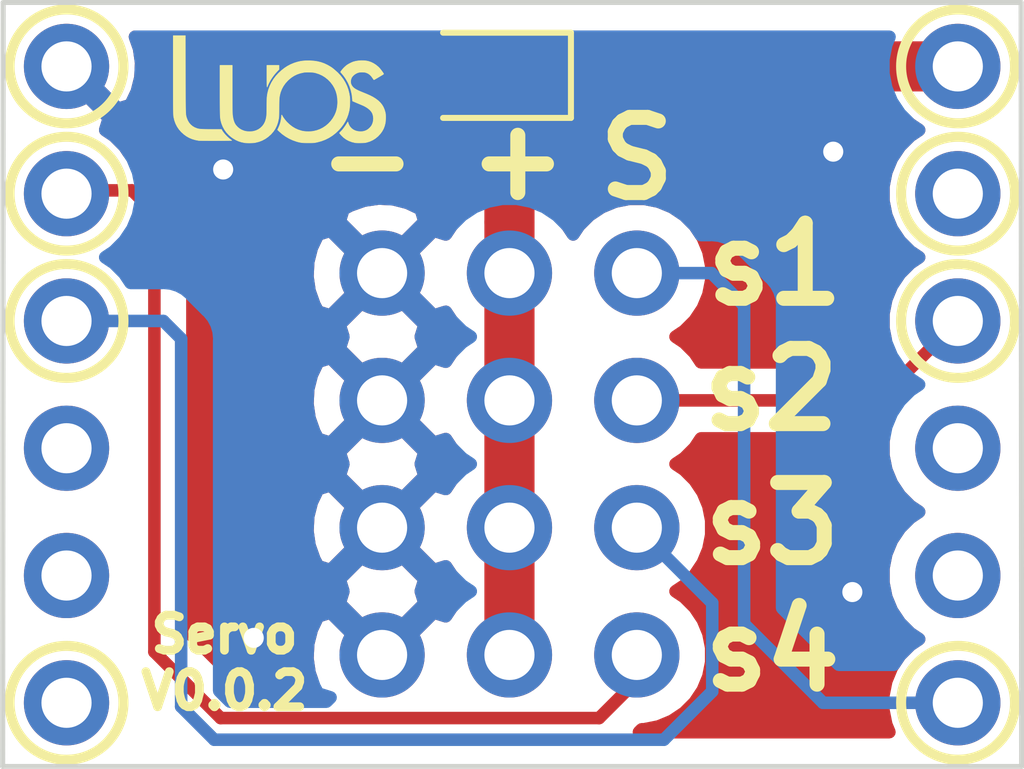
<source format=kicad_pcb>
(kicad_pcb (version 20171130) (host pcbnew "(5.1.6)-1")

  (general
    (thickness 1.6)
    (drawings 12)
    (tracks 34)
    (zones 0)
    (modules 7)
    (nets 13)
  )

  (page A4)
  (layers
    (0 F.Cu signal)
    (31 B.Cu signal)
    (32 B.Adhes user hide)
    (33 F.Adhes user hide)
    (34 B.Paste user hide)
    (35 F.Paste user hide)
    (36 B.SilkS user hide)
    (37 F.SilkS user)
    (38 B.Mask user hide)
    (39 F.Mask user hide)
    (40 Dwgs.User user hide)
    (41 Cmts.User user hide)
    (42 Eco1.User user hide)
    (43 Eco2.User user hide)
    (44 Edge.Cuts user)
    (45 Margin user hide)
    (46 B.CrtYd user)
    (47 F.CrtYd user hide)
    (48 B.Fab user)
    (49 F.Fab user hide)
  )

  (setup
    (last_trace_width 1)
    (user_trace_width 1)
    (trace_clearance 0.2)
    (zone_clearance 0.508)
    (zone_45_only no)
    (trace_min 0.2)
    (via_size 0.8)
    (via_drill 0.4)
    (via_min_size 0.4)
    (via_min_drill 0.3)
    (uvia_size 0.3)
    (uvia_drill 0.1)
    (uvias_allowed no)
    (uvia_min_size 0.2)
    (uvia_min_drill 0.1)
    (edge_width 0.15)
    (segment_width 0.2)
    (pcb_text_width 0.3)
    (pcb_text_size 1.5 1.5)
    (mod_edge_width 0.15)
    (mod_text_size 1 1)
    (mod_text_width 0.15)
    (pad_size 1.524 1.524)
    (pad_drill 0.762)
    (pad_to_mask_clearance 0.2)
    (solder_mask_min_width 0.25)
    (aux_axis_origin 0 0)
    (grid_origin 136.962501 65.725001)
    (visible_elements 7FFFFFFF)
    (pcbplotparams
      (layerselection 0x310ec_ffffffff)
      (usegerberextensions false)
      (usegerberattributes false)
      (usegerberadvancedattributes false)
      (creategerberjobfile false)
      (excludeedgelayer true)
      (linewidth 0.100000)
      (plotframeref false)
      (viasonmask false)
      (mode 1)
      (useauxorigin false)
      (hpglpennumber 1)
      (hpglpenspeed 20)
      (hpglpendiameter 15.000000)
      (psnegative false)
      (psa4output false)
      (plotreference true)
      (plotvalue true)
      (plotinvisibletext false)
      (padsonsilk false)
      (subtractmaskfromsilk false)
      (outputformat 1)
      (mirror false)
      (drillshape 0)
      (scaleselection 1)
      (outputdirectory "l0_servo_Fab"))
  )

  (net 0 "")
  (net 1 "Net-(J1-Pad8)")
  (net 2 "Net-(J1-Pad11)")
  (net 3 "Net-(J1-Pad9)")
  (net 4 GND)
  (net 5 "Net-(J1-Pad1)")
  (net 6 VCC)
  (net 7 +3V3)
  (net 8 "Net-(J1-Pad2)")
  (net 9 "Net-(J1-Pad3)")
  (net 10 "Net-(J1-Pad4)")
  (net 11 "Net-(J1-Pad10)")
  (net 12 "Net-(J1-Pad12)")

  (net_class Default "Ceci est la Netclass par défaut."
    (clearance 0.2)
    (trace_width 0.25)
    (via_dia 0.8)
    (via_drill 0.4)
    (uvia_dia 0.3)
    (uvia_drill 0.1)
    (add_net +3V3)
    (add_net GND)
    (add_net "Net-(J1-Pad1)")
    (add_net "Net-(J1-Pad10)")
    (add_net "Net-(J1-Pad11)")
    (add_net "Net-(J1-Pad12)")
    (add_net "Net-(J1-Pad2)")
    (add_net "Net-(J1-Pad3)")
    (add_net "Net-(J1-Pad4)")
    (add_net "Net-(J1-Pad8)")
    (add_net "Net-(J1-Pad9)")
    (add_net VCC)
  )

  (net_class power ""
    (clearance 0.8)
    (trace_width 1)
    (via_dia 2.4)
    (via_drill 1.6)
    (uvia_dia 1.2)
    (uvia_drill 0.4)
    (diff_pair_width 0.8)
    (diff_pair_gap 1)
  )

  (module Common_Footprint:Luos_logo_xxsmall (layer F.Cu) (tedit 0) (tstamp 5F9888B2)
    (at 141.331301 66.182201)
    (fp_text reference G*** (at 0 0) (layer F.SilkS) hide
      (effects (font (size 1.524 1.524) (thickness 0.3)))
    )
    (fp_text value LOGO (at 0.75 0) (layer F.SilkS) hide
      (effects (font (size 1.524 1.524) (thickness 0.3)))
    )
    (fp_poly (pts (xy 0.486452 -0.57032) (xy 0.564409 -0.565314) (xy 0.637197 -0.554414) (xy 0.706049 -0.537262)
      (xy 0.7722 -0.513503) (xy 0.836885 -0.482778) (xy 0.884808 -0.455178) (xy 0.902238 -0.444282)
      (xy 0.916338 -0.435034) (xy 0.929218 -0.425897) (xy 0.942988 -0.415333) (xy 0.959758 -0.401806)
      (xy 0.97297 -0.39094) (xy 1.038518 -0.332123) (xy 1.096165 -0.270346) (xy 1.146002 -0.205451)
      (xy 1.188115 -0.137281) (xy 1.222596 -0.06568) (xy 1.249532 0.009511) (xy 1.269012 0.088448)
      (xy 1.278721 0.149702) (xy 1.281427 0.181625) (xy 1.28264 0.219353) (xy 1.282449 0.260619)
      (xy 1.280943 0.303154) (xy 1.278212 0.344692) (xy 1.274346 0.382964) (xy 1.269433 0.415704)
      (xy 1.267932 0.423333) (xy 1.248379 0.499327) (xy 1.222339 0.570861) (xy 1.189404 0.638702)
      (xy 1.149164 0.703615) (xy 1.101211 0.766365) (xy 1.060343 0.812043) (xy 0.998959 0.870931)
      (xy 0.933914 0.922242) (xy 0.864964 0.966113) (xy 0.791862 1.002678) (xy 0.714364 1.032071)
      (xy 0.632222 1.054427) (xy 0.6096 1.059198) (xy 0.593253 1.062274) (xy 0.578112 1.064629)
      (xy 0.562663 1.066357) (xy 0.545393 1.067551) (xy 0.52479 1.068306) (xy 0.499341 1.068714)
      (xy 0.467534 1.068869) (xy 0.452967 1.068882) (xy 0.410792 1.068641) (xy 0.375366 1.067773)
      (xy 0.344979 1.066078) (xy 0.317925 1.063353) (xy 0.292495 1.059398) (xy 0.266981 1.054011)
      (xy 0.239676 1.046992) (xy 0.220133 1.041451) (xy 0.144332 1.015128) (xy 0.070467 0.981063)
      (xy -0.000266 0.939947) (xy -0.066674 0.892471) (xy -0.125573 0.841242) (xy -0.160128 0.808109)
      (xy -0.139603 0.764946) (xy -0.129263 0.741537) (xy -0.118782 0.715035) (xy -0.109804 0.689702)
      (xy -0.106487 0.679126) (xy -0.099908 0.654215) (xy -0.093671 0.625879) (xy -0.088193 0.596517)
      (xy -0.083889 0.568532) (xy -0.081177 0.544322) (xy -0.080433 0.529038) (xy -0.079488 0.516844)
      (xy -0.076747 0.512843) (xy -0.072357 0.517093) (xy -0.068688 0.524309) (xy -0.059368 0.541927)
      (xy -0.045476 0.563793) (xy -0.028342 0.588084) (xy -0.0093 0.612981) (xy 0.010318 0.636662)
      (xy 0.026729 0.654764) (xy 0.079477 0.705002) (xy 0.134177 0.747212) (xy 0.191393 0.781718)
      (xy 0.251689 0.808842) (xy 0.315628 0.828908) (xy 0.339794 0.834498) (xy 0.373142 0.839733)
      (xy 0.411991 0.842902) (xy 0.453624 0.843979) (xy 0.495326 0.842935) (xy 0.534379 0.839743)
      (xy 0.555908 0.836701) (xy 0.621964 0.821234) (xy 0.685381 0.798003) (xy 0.745562 0.767462)
      (xy 0.801912 0.730064) (xy 0.853833 0.686262) (xy 0.900728 0.636509) (xy 0.942001 0.581258)
      (xy 0.977055 0.520963) (xy 0.980354 0.51435) (xy 1.00392 0.459396) (xy 1.021043 0.40302)
      (xy 1.032047 0.343723) (xy 1.037259 0.280007) (xy 1.037801 0.249767) (xy 1.034109 0.176061)
      (xy 1.02296 0.10631) (xy 1.004295 0.040352) (xy 0.978055 -0.021972) (xy 0.944184 -0.080822)
      (xy 0.902622 -0.136359) (xy 0.894289 -0.14605) (xy 0.844349 -0.196888) (xy 0.790137 -0.240421)
      (xy 0.731588 -0.276686) (xy 0.668642 -0.305721) (xy 0.601233 -0.327562) (xy 0.579967 -0.332755)
      (xy 0.558669 -0.336308) (xy 0.53109 -0.339038) (xy 0.499378 -0.340901) (xy 0.465682 -0.341859)
      (xy 0.43215 -0.34187) (xy 0.400931 -0.340892) (xy 0.374174 -0.338885) (xy 0.359833 -0.336948)
      (xy 0.291616 -0.321686) (xy 0.228675 -0.300137) (xy 0.170169 -0.271865) (xy 0.115254 -0.236436)
      (xy 0.063089 -0.193413) (xy 0.04094 -0.172116) (xy -0.005959 -0.119691) (xy -0.045023 -0.064311)
      (xy -0.076505 -0.005531) (xy -0.100659 0.057097) (xy -0.112238 0.098776) (xy -0.116525 0.117673)
      (xy -0.120094 0.136052) (xy -0.123015 0.154922) (xy -0.125352 0.175292) (xy -0.127172 0.198174)
      (xy -0.128544 0.224576) (xy -0.129533 0.25551) (xy -0.130207 0.291984) (xy -0.130632 0.335008)
      (xy -0.130857 0.37996) (xy -0.131052 0.422973) (xy -0.131342 0.45861) (xy -0.131775 0.48796)
      (xy -0.132396 0.512113) (xy -0.133254 0.532158) (xy -0.134395 0.549186) (xy -0.135867 0.564287)
      (xy -0.137716 0.57855) (xy -0.13999 0.593065) (xy -0.140104 0.593743) (xy -0.155558 0.662815)
      (xy -0.178005 0.727139) (xy -0.207493 0.786809) (xy -0.244069 0.841917) (xy -0.287778 0.892555)
      (xy -0.294445 0.899269) (xy -0.348508 0.947247) (xy -0.405992 0.987482) (xy -0.466926 1.01999)
      (xy -0.531338 1.044785) (xy -0.599258 1.061882) (xy -0.615824 1.064799) (xy -0.636845 1.067255)
      (xy -0.663952 1.069031) (xy -0.69482 1.070106) (xy -0.727127 1.070462) (xy -0.758548 1.070079)
      (xy -0.78676 1.068939) (xy -0.80944 1.067023) (xy -0.813916 1.066429) (xy -0.87755 1.053832)
      (xy -0.936874 1.035035) (xy -0.993361 1.009414) (xy -1.048486 0.976349) (xy -1.079245 0.954396)
      (xy -1.131975 0.909528) (xy -1.178365 0.859326) (xy -1.218073 0.804324) (xy -1.250759 0.745059)
      (xy -1.27608 0.682064) (xy -1.292883 0.619824) (xy -1.295128 0.608485) (xy -1.297143 0.596728)
      (xy -1.29894 0.584061) (xy -1.300532 0.569991) (xy -1.30193 0.554025) (xy -1.303147 0.53567)
      (xy -1.304195 0.514434) (xy -1.305087 0.489824) (xy -1.305835 0.461348) (xy -1.30645 0.428512)
      (xy -1.306945 0.390824) (xy -1.307333 0.347792) (xy -1.307625 0.298922) (xy -1.307834 0.243723)
      (xy -1.307971 0.1817) (xy -1.308051 0.112362) (xy -1.308083 0.035216) (xy -1.308086 0.007408)
      (xy -1.3081 -0.478367) (xy -1.062567 -0.478367) (xy -1.062567 -0.000389) (xy -1.062554 0.075153)
      (xy -1.062513 0.142731) (xy -1.062436 0.202845) (xy -1.062317 0.255998) (xy -1.06215 0.302691)
      (xy -1.061928 0.343427) (xy -1.061645 0.378706) (xy -1.061295 0.409032) (xy -1.060871 0.434905)
      (xy -1.060366 0.456828) (xy -1.059775 0.475302) (xy -1.05909 0.490829) (xy -1.058306 0.50391)
      (xy -1.057417 0.515049) (xy -1.056414 0.524745) (xy -1.055801 0.52974) (xy -1.046647 0.584378)
      (xy -1.034261 0.631587) (xy -1.018488 0.671826) (xy -0.999173 0.705554) (xy -0.99355 0.713316)
      (xy -0.958113 0.753296) (xy -0.917988 0.786226) (xy -0.873226 0.812075) (xy -0.823878 0.830809)
      (xy -0.802217 0.836452) (xy -0.771491 0.841414) (xy -0.735881 0.843868) (xy -0.69859 0.843816)
      (xy -0.662819 0.841256) (xy -0.632883 0.83644) (xy -0.583731 0.82131) (xy -0.538477 0.798996)
      (xy -0.497768 0.770125) (xy -0.462245 0.735318) (xy -0.432551 0.695201) (xy -0.409332 0.650398)
      (xy -0.394031 0.604755) (xy -0.389367 0.585535) (xy -0.385527 0.567308) (xy -0.382425 0.548964)
      (xy -0.379975 0.529393) (xy -0.378091 0.507483) (xy -0.376688 0.482124) (xy -0.375679 0.452206)
      (xy -0.37498 0.416619) (xy -0.374505 0.374251) (xy -0.374318 0.34925) (xy -0.374001 0.312001)
      (xy -0.373562 0.276025) (xy -0.373024 0.242542) (xy -0.372412 0.212774) (xy -0.371752 0.187939)
      (xy -0.371068 0.169258) (xy -0.370456 0.15875) (xy -0.359951 0.083299) (xy -0.341306 0.008886)
      (xy -0.314842 -0.06382) (xy -0.280876 -0.134153) (xy -0.239729 -0.201443) (xy -0.191718 -0.265024)
      (xy -0.141946 -0.319483) (xy -0.083261 -0.374223) (xy -0.024189 -0.421193) (xy 0.036313 -0.461064)
      (xy 0.099293 -0.494505) (xy 0.165796 -0.522187) (xy 0.18415 -0.528646) (xy 0.236894 -0.544848)
      (xy 0.288152 -0.556881) (xy 0.34002 -0.565032) (xy 0.394598 -0.569591) (xy 0.453984 -0.570848)
      (xy 0.486452 -0.57032)) (layer F.SilkS) (width 0.01))
    (fp_poly (pts (xy 1.557082 -0.572095) (xy 1.607899 -0.567312) (xy 1.651682 -0.558626) (xy 1.704179 -0.540803)
      (xy 1.755623 -0.515532) (xy 1.804388 -0.483813) (xy 1.848849 -0.446644) (xy 1.871685 -0.423356)
      (xy 1.884348 -0.408701) (xy 1.898366 -0.391303) (xy 1.912746 -0.372537) (xy 1.9265 -0.353778)
      (xy 1.938635 -0.336401) (xy 1.948162 -0.321783) (xy 1.954088 -0.311297) (xy 1.955575 -0.306917)
      (xy 1.952196 -0.30268) (xy 1.943434 -0.29596) (xy 1.933455 -0.289593) (xy 1.922792 -0.283275)
      (xy 1.906431 -0.273578) (xy 1.885954 -0.261438) (xy 1.862946 -0.247797) (xy 1.83899 -0.233591)
      (xy 1.838838 -0.233501) (xy 1.816466 -0.220348) (xy 1.796489 -0.208821) (xy 1.780077 -0.199575)
      (xy 1.768397 -0.193268) (xy 1.762619 -0.190556) (xy 1.762319 -0.1905) (xy 1.758436 -0.193852)
      (xy 1.751382 -0.202834) (xy 1.742371 -0.215837) (xy 1.737534 -0.223308) (xy 1.709585 -0.261796)
      (xy 1.679277 -0.292438) (xy 1.646074 -0.315657) (xy 1.609438 -0.331875) (xy 1.594019 -0.336416)
      (xy 1.573581 -0.340006) (xy 1.547843 -0.342128) (xy 1.519848 -0.342737) (xy 1.492643 -0.341792)
      (xy 1.469271 -0.339249) (xy 1.463883 -0.338256) (xy 1.431462 -0.32832) (xy 1.399486 -0.31264)
      (xy 1.369686 -0.292499) (xy 1.343793 -0.269179) (xy 1.323538 -0.24396) (xy 1.31441 -0.227586)
      (xy 1.301599 -0.190794) (xy 1.297033 -0.154804) (xy 1.300647 -0.120099) (xy 1.312379 -0.08716)
      (xy 1.332164 -0.05647) (xy 1.337871 -0.049754) (xy 1.353733 -0.033752) (xy 1.372361 -0.018586)
      (xy 1.394704 -0.003709) (xy 1.421715 0.011427) (xy 1.454343 0.027369) (xy 1.493541 0.044662)
      (xy 1.524 0.057298) (xy 1.547314 0.066786) (xy 1.574466 0.077842) (xy 1.601451 0.088835)
      (xy 1.617133 0.095226) (xy 1.686214 0.12579) (xy 1.747498 0.158043) (xy 1.801543 0.192309)
      (xy 1.84891 0.22891) (xy 1.849966 0.229817) (xy 1.889936 0.268421) (xy 1.923101 0.309907)
      (xy 1.950081 0.355347) (xy 1.971495 0.40581) (xy 1.987963 0.462367) (xy 1.990173 0.472016)
      (xy 1.992984 0.490809) (xy 1.994824 0.51591) (xy 1.995711 0.545221) (xy 1.995666 0.576641)
      (xy 1.994711 0.608071) (xy 1.992864 0.637411) (xy 1.990147 0.662562) (xy 1.988208 0.674264)
      (xy 1.973191 0.733358) (xy 1.952129 0.787662) (xy 1.924447 0.838191) (xy 1.889572 0.88596)
      (xy 1.846932 0.931985) (xy 1.837769 0.940744) (xy 1.788892 0.980888) (xy 1.735276 1.014027)
      (xy 1.676998 1.040118) (xy 1.623483 1.056819) (xy 1.607053 1.060765) (xy 1.591844 1.063701)
      (xy 1.576005 1.065811) (xy 1.557679 1.067278) (xy 1.535014 1.068285) (xy 1.506154 1.069016)
      (xy 1.4986 1.069161) (xy 1.458237 1.069495) (xy 1.42564 1.068835) (xy 1.400163 1.067159)
      (xy 1.3843 1.06504) (xy 1.320633 1.049786) (xy 1.261644 1.027534) (xy 1.207431 0.998338)
      (xy 1.158091 0.962255) (xy 1.113721 0.919339) (xy 1.098458 0.901587) (xy 1.074182 0.871915)
      (xy 1.096844 0.847649) (xy 1.107868 0.835912) (xy 1.116645 0.826691) (xy 1.121591 0.821648)
      (xy 1.122006 0.821267) (xy 1.129271 0.813666) (xy 1.140107 0.800523) (xy 1.153402 0.783345)
      (xy 1.168043 0.763644) (xy 1.182916 0.742929) (xy 1.196909 0.722708) (xy 1.208909 0.704491)
      (xy 1.213298 0.697454) (xy 1.241742 0.650785) (xy 1.25091 0.677817) (xy 1.260619 0.703826)
      (xy 1.270789 0.724767) (xy 1.283142 0.743944) (xy 1.290436 0.753598) (xy 1.320322 0.784967)
      (xy 1.355477 0.809882) (xy 1.395467 0.82815) (xy 1.439862 0.839576) (xy 1.48823 0.843968)
      (xy 1.49225 0.84401) (xy 1.525682 0.842944) (xy 1.554327 0.83892) (xy 1.581566 0.831214)
      (xy 1.61078 0.819099) (xy 1.6129 0.818108) (xy 1.638735 0.802828) (xy 1.665138 0.781779)
      (xy 1.689828 0.757163) (xy 1.710521 0.731185) (xy 1.721435 0.713316) (xy 1.738639 0.671977)
      (xy 1.748888 0.628035) (xy 1.752137 0.583055) (xy 1.748339 0.538601) (xy 1.737448 0.496239)
      (xy 1.728462 0.47449) (xy 1.709434 0.44332) (xy 1.682687 0.412848) (xy 1.648972 0.383677)
      (xy 1.609036 0.356406) (xy 1.563628 0.331638) (xy 1.533521 0.317997) (xy 1.516064 0.310641)
      (xy 1.492955 0.300888) (xy 1.466335 0.289643) (xy 1.438348 0.277811) (xy 1.413933 0.267482)
      (xy 1.335616 0.234335) (xy 1.332583 0.1892) (xy 1.32293 0.10503) (xy 1.305434 0.023929)
      (xy 1.279992 -0.054409) (xy 1.246502 -0.13029) (xy 1.20486 -0.204019) (xy 1.194494 -0.220133)
      (xy 1.180343 -0.240872) (xy 1.164821 -0.26237) (xy 1.150033 -0.28177) (xy 1.140371 -0.293598)
      (xy 1.127893 -0.308196) (xy 1.116384 -0.321749) (xy 1.107796 -0.331958) (xy 1.10591 -0.334231)
      (xy 1.096338 -0.34585) (xy 1.113283 -0.370834) (xy 1.12954 -0.392167) (xy 1.150703 -0.416097)
      (xy 1.17467 -0.440467) (xy 1.199339 -0.463126) (xy 1.2192 -0.479361) (xy 1.238413 -0.492413)
      (xy 1.263012 -0.50684) (xy 1.290368 -0.521284) (xy 1.317853 -0.534386) (xy 1.342838 -0.54479)
      (xy 1.352331 -0.548152) (xy 1.399002 -0.560433) (xy 1.450264 -0.568573) (xy 1.503747 -0.572488)
      (xy 1.557082 -0.572095)) (layer F.SilkS) (width 0.01))
    (fp_poly (pts (xy -1.997068 -0.301625) (xy -1.99691 -0.205112) (xy -1.996767 -0.116681) (xy -1.996626 -0.035945)
      (xy -1.996477 0.037482) (xy -1.996309 0.103984) (xy -1.996113 0.163947) (xy -1.995875 0.217757)
      (xy -1.995587 0.2658) (xy -1.995237 0.308461) (xy -1.994814 0.346126) (xy -1.994307 0.379179)
      (xy -1.993707 0.408008) (xy -1.993001 0.432997) (xy -1.992178 0.454533) (xy -1.99123 0.472999)
      (xy -1.990143 0.488784) (xy -1.988908 0.50227) (xy -1.987514 0.513846) (xy -1.98595 0.523895)
      (xy -1.984205 0.532804) (xy -1.982268 0.540958) (xy -1.980129 0.548743) (xy -1.977777 0.556544)
      (xy -1.9752 0.564747) (xy -1.972532 0.573272) (xy -1.953212 0.622496) (xy -1.927456 0.666336)
      (xy -1.895553 0.704501) (xy -1.857791 0.736701) (xy -1.81446 0.762645) (xy -1.765849 0.782043)
      (xy -1.764335 0.782514) (xy -1.749937 0.786488) (xy -1.734075 0.789846) (xy -1.715965 0.792636)
      (xy -1.694823 0.794904) (xy -1.669867 0.796694) (xy -1.640311 0.798053) (xy -1.605374 0.799027)
      (xy -1.564272 0.799663) (xy -1.51622 0.800005) (xy -1.464394 0.8001) (xy -1.278684 0.8001)
      (xy -1.271963 0.813097) (xy -1.257405 0.837242) (xy -1.237389 0.864715) (xy -1.213347 0.893927)
      (xy -1.186714 0.923286) (xy -1.15892 0.951204) (xy -1.131401 0.976089) (xy -1.109133 0.993788)
      (xy -1.094752 1.004423) (xy -1.082811 1.013391) (xy -1.075078 1.01936) (xy -1.073362 1.020784)
      (xy -1.076923 1.021263) (xy -1.088177 1.021705) (xy -1.106349 1.022109) (xy -1.130664 1.022475)
      (xy -1.160348 1.0228) (xy -1.194627 1.023086) (xy -1.232727 1.023329) (xy -1.273872 1.02353)
      (xy -1.317289 1.023688) (xy -1.362203 1.023801) (xy -1.407839 1.023868) (xy -1.453425 1.023889)
      (xy -1.498184 1.023862) (xy -1.541343 1.023787) (xy -1.582127 1.023663) (xy -1.619762 1.023488)
      (xy -1.653474 1.023261) (xy -1.682488 1.022983) (xy -1.70603 1.022651) (xy -1.723325 1.022265)
      (xy -1.733599 1.021823) (xy -1.735667 1.021616) (xy -1.80357 1.007961) (xy -1.865293 0.989503)
      (xy -1.921997 0.965663) (xy -1.974841 0.93586) (xy -2.024985 0.899513) (xy -2.073589 0.856042)
      (xy -2.080897 0.848792) (xy -2.125031 0.798532) (xy -2.162249 0.743482) (xy -2.19241 0.683928)
      (xy -2.21537 0.620161) (xy -2.23099 0.552467) (xy -2.233031 0.53975) (xy -2.23382 0.533613)
      (xy -2.234543 0.525931) (xy -2.235202 0.516339) (xy -2.235801 0.504471) (xy -2.236341 0.489962)
      (xy -2.236826 0.472447) (xy -2.237259 0.451559) (xy -2.237643 0.426934) (xy -2.237979 0.398205)
      (xy -2.238272 0.365008) (xy -2.238524 0.326976) (xy -2.238738 0.283745) (xy -2.238916 0.234948)
      (xy -2.239061 0.180221) (xy -2.239177 0.119197) (xy -2.239266 0.051511) (xy -2.239331 -0.023202)
      (xy -2.239374 -0.105308) (xy -2.239399 -0.195172) (xy -2.239409 -0.286808) (xy -2.239433 -1.071033)
      (xy -2.118893 -1.071034) (xy -1.998353 -1.071034) (xy -1.997068 -0.301625)) (layer F.SilkS) (width 0.01))
    (fp_poly (pts (xy -0.131233 -0.396852) (xy -0.171894 -0.35449) (xy -0.2156 -0.305367) (xy -0.256854 -0.252078)
      (xy -0.29304 -0.198023) (xy -0.296125 -0.192962) (xy -0.307118 -0.173889) (xy -0.319041 -0.151752)
      (xy -0.331031 -0.128321) (xy -0.34222 -0.105367) (xy -0.351744 -0.08466) (xy -0.358738 -0.067971)
      (xy -0.362139 -0.057905) (xy -0.364344 -0.050287) (xy -0.366228 -0.046657) (xy -0.367812 -0.047469)
      (xy -0.369121 -0.053177) (xy -0.370178 -0.064237) (xy -0.371006 -0.081103) (xy -0.371628 -0.10423)
      (xy -0.372069 -0.134072) (xy -0.372351 -0.171083) (xy -0.372498 -0.215719) (xy -0.372534 -0.2601)
      (xy -0.372534 -0.478367) (xy -0.131233 -0.478367) (xy -0.131233 -0.396852)) (layer F.SilkS) (width 0.01))
  )

  (module Common_Footprint:D_SOD-323F (layer F.Cu) (tedit 5D513BB9) (tstamp 5F9825B4)
    (at 145.522301 65.902801 180)
    (descr "SOD-323F http://www.nxp.com/documents/outline_drawing/SOD323F.pdf")
    (tags SOD-323F)
    (path /5F98EEAF)
    (attr smd)
    (fp_text reference D1 (at 0 -1.85) (layer F.SilkS) hide
      (effects (font (size 1 1) (thickness 0.15)))
    )
    (fp_text value D_Zener (at 0.1 1.9) (layer F.Fab) hide
      (effects (font (size 1 1) (thickness 0.15)))
    )
    (fp_text user %R (at 0 -1.016) (layer F.Fab)
      (effects (font (size 0.4 0.4) (thickness 0.1)))
    )
    (fp_line (start -1.5 -0.85) (end 1.05 -0.85) (layer F.SilkS) (width 0.12))
    (fp_line (start -1.5 0.85) (end 1.05 0.85) (layer F.SilkS) (width 0.12))
    (fp_line (start -1.6 -0.95) (end -1.6 0.95) (layer F.CrtYd) (width 0.05))
    (fp_line (start -1.6 0.95) (end 1.6 0.95) (layer F.CrtYd) (width 0.05))
    (fp_line (start 1.6 -0.95) (end 1.6 0.95) (layer F.CrtYd) (width 0.05))
    (fp_line (start -1.6 -0.95) (end 1.6 -0.95) (layer F.CrtYd) (width 0.05))
    (fp_line (start -0.9 -0.7) (end 0.9 -0.7) (layer F.Fab) (width 0.1))
    (fp_line (start 0.9 -0.7) (end 0.9 0.7) (layer F.Fab) (width 0.1))
    (fp_line (start 0.9 0.7) (end -0.9 0.7) (layer F.Fab) (width 0.1))
    (fp_line (start -0.9 0.7) (end -0.9 -0.7) (layer F.Fab) (width 0.1))
    (fp_line (start -0.3 -0.35) (end -0.3 0.35) (layer F.Fab) (width 0.1))
    (fp_line (start -0.3 0) (end -0.5 0) (layer F.Fab) (width 0.1))
    (fp_line (start -0.3 0) (end 0.2 -0.35) (layer F.Fab) (width 0.1))
    (fp_line (start 0.2 -0.35) (end 0.2 0.35) (layer F.Fab) (width 0.1))
    (fp_line (start 0.2 0.35) (end -0.3 0) (layer F.Fab) (width 0.1))
    (fp_line (start 0.2 0) (end 0.45 0) (layer F.Fab) (width 0.1))
    (fp_line (start -1.5 -0.85) (end -1.5 0.85) (layer F.SilkS) (width 0.12))
    (pad 1 smd rect (at -1.1 0 180) (size 0.5 0.5) (layers F.Cu F.Paste F.Mask)
      (net 6 VCC))
    (pad 2 smd rect (at 1.1 0 180) (size 0.5 0.5) (layers F.Cu F.Paste F.Mask)
      (net 4 GND))
    (model ${KISYS3DMOD}/SOD-323F.STEP
      (offset (xyz -1.099999983479657 0 0))
      (scale (xyz 1 1 1))
      (rotate (xyz 0 0 0))
    )
  )

  (module Common_Footprint:826926-3 (layer F.Cu) (tedit 5D161F5B) (tstamp 5ABD01A5)
    (at 145.796 74.93 180)
    (path /5ABCFEC7)
    (fp_text reference s3 (at -5.241501 0.079999 180) (layer F.SilkS)
      (effects (font (size 1.5 1.5) (thickness 0.3)))
    )
    (fp_text value Header3Contacts (at 0 -2.54 180) (layer F.Fab) hide
      (effects (font (size 1 1) (thickness 0.15)))
    )
    (pad 3 thru_hole circle (at 2.54 0 180) (size 1.7 1.7) (drill 1) (layers *.Cu *.Mask)
      (net 4 GND))
    (pad 2 thru_hole circle (at 0 0 180) (size 1.7 1.7) (drill 1) (layers *.Cu *.Mask)
      (net 6 VCC))
    (pad 1 thru_hole circle (at -2.54 0 180) (size 1.7 1.7) (drill 1) (layers *.Cu *.Mask)
      (net 3 "Net-(J1-Pad9)"))
    (model ${KISYS3DMOD}/HEADER3PMAL.stp
      (offset (xyz -2.5 0 0))
      (scale (xyz 1 1 1))
      (rotate (xyz 0 0 0))
    )
  )

  (module Common_Footprint:826926-3 (layer F.Cu) (tedit 5D161F5B) (tstamp 5ABD01B7)
    (at 145.796 72.39 180)
    (path /5ABCFDC7)
    (fp_text reference s2 (at -5.216501 0.214999 180) (layer F.SilkS)
      (effects (font (size 1.5 1.5) (thickness 0.3)))
    )
    (fp_text value Header3Contacts (at 0 -2.54 180) (layer F.Fab) hide
      (effects (font (size 1 1) (thickness 0.15)))
    )
    (pad 3 thru_hole circle (at 2.54 0 180) (size 1.7 1.7) (drill 1) (layers *.Cu *.Mask)
      (net 4 GND))
    (pad 2 thru_hole circle (at 0 0 180) (size 1.7 1.7) (drill 1) (layers *.Cu *.Mask)
      (net 6 VCC))
    (pad 1 thru_hole circle (at -2.54 0 180) (size 1.7 1.7) (drill 1) (layers *.Cu *.Mask)
      (net 10 "Net-(J1-Pad4)"))
    (model ${KISYS3DMOD}/HEADER3PMAL.stp
      (offset (xyz -2.5 0 0))
      (scale (xyz 1 1 1))
      (rotate (xyz 0 0 0))
    )
  )

  (module Common_Footprint:826926-3 (layer F.Cu) (tedit 5D161F5B) (tstamp 5ABD0214)
    (at 145.796 69.85 180)
    (path /5ABCFCD4)
    (fp_text reference s1 (at -5.291501 0.174999 180) (layer F.SilkS)
      (effects (font (size 1.5 1.5) (thickness 0.3)))
    )
    (fp_text value Header3Contacts (at 0 -2.54 180) (layer F.Fab) hide
      (effects (font (size 1 1) (thickness 0.15)))
    )
    (pad 3 thru_hole circle (at 2.54 0 180) (size 1.7 1.7) (drill 1) (layers *.Cu *.Mask)
      (net 4 GND))
    (pad 2 thru_hole circle (at 0 0 180) (size 1.7 1.7) (drill 1) (layers *.Cu *.Mask)
      (net 6 VCC))
    (pad 1 thru_hole circle (at -2.54 0 180) (size 1.7 1.7) (drill 1) (layers *.Cu *.Mask)
      (net 5 "Net-(J1-Pad1)"))
    (model ${KISYS3DMOD}/HEADER3PMAL.stp
      (offset (xyz -2.5 0 0))
      (scale (xyz 1 1 1))
      (rotate (xyz 0 0 0))
    )
  )

  (module Common_Footprint:826926-3 (layer F.Cu) (tedit 5D161F5B) (tstamp 5ABD0193)
    (at 145.796 77.47 180)
    (path /5ABCFEFC)
    (fp_text reference s4 (at -5.241501 0.094999 180) (layer F.SilkS)
      (effects (font (size 1.5 1.5) (thickness 0.3)))
    )
    (fp_text value Header3Contacts (at 0 -2.54 180) (layer F.Fab) hide
      (effects (font (size 1 1) (thickness 0.15)))
    )
    (pad 3 thru_hole circle (at 2.54 0 180) (size 1.7 1.7) (drill 1) (layers *.Cu *.Mask)
      (net 4 GND))
    (pad 2 thru_hole circle (at 0 0 180) (size 1.7 1.7) (drill 1) (layers *.Cu *.Mask)
      (net 6 VCC))
    (pad 1 thru_hole circle (at -2.54 0 180) (size 1.7 1.7) (drill 1) (layers *.Cu *.Mask)
      (net 1 "Net-(J1-Pad8)"))
    (model ${KISYS3DMOD}/HEADER3PMAL.stp
      (offset (xyz -2.5 0 0))
      (scale (xyz 1 1 1))
      (rotate (xyz 0 0 0))
    )
  )

  (module Common_Footprint:l0_Shield_Socket locked (layer F.Cu) (tedit 5C657850) (tstamp 5A872E3F)
    (at 145.850001 72.075001)
    (path /5A86D26A)
    (fp_text reference J1 (at 0 0.5) (layer F.SilkS) hide
      (effects (font (size 1 1) (thickness 0.15)))
    )
    (fp_text value l0_Socket (at 0 -0.5) (layer F.Fab) hide
      (effects (font (size 1 1) (thickness 0.15)))
    )
    (fp_line (start 10.15 -7.625) (end 10.16 7.62) (layer Edge.Cuts) (width 0.1))
    (fp_line (start -10.16 7.62) (end 10.16 7.62) (layer Edge.Cuts) (width 0.1))
    (fp_line (start -10.15 -7.625) (end 10.15 -7.625) (layer Edge.Cuts) (width 0.1))
    (fp_line (start -10.15 -7.625) (end -10.16 7.62) (layer Edge.Cuts) (width 0.1))
    (pad 5 thru_hole circle (at 8.8875 -3.81 270) (size 1.7 1.7) (drill 1) (layers *.Cu *.Mask)
      (net 7 +3V3))
    (pad 6 thru_hole circle (at 8.8875 -6.35 270) (size 1.7 1.7) (drill 1) (layers *.Cu *.Mask)
      (net 6 VCC))
    (pad 2 thru_hole circle (at 8.8875 3.81 270) (size 1.7 1.7) (drill 1) (layers *.Cu *.Mask)
      (net 8 "Net-(J1-Pad2)"))
    (pad 4 thru_hole circle (at 8.8875 -1.27 270) (size 1.7 1.7) (drill 1) (layers *.Cu *.Mask)
      (net 10 "Net-(J1-Pad4)"))
    (pad 1 thru_hole circle (at 8.8875 6.35 270) (size 1.7 1.7) (drill 1) (layers *.Cu *.Mask)
      (net 5 "Net-(J1-Pad1)"))
    (pad 7 thru_hole circle (at -8.8875 -6.35 270) (size 1.7 1.7) (drill 1) (layers *.Cu *.Mask)
      (net 4 GND))
    (pad 11 thru_hole circle (at -8.8875 3.81 270) (size 1.7 1.7) (drill 1) (layers *.Cu *.Mask)
      (net 2 "Net-(J1-Pad11)"))
    (pad 9 thru_hole circle (at -8.8875 -1.27 270) (size 1.7 1.7) (drill 1) (layers *.Cu *.Mask)
      (net 3 "Net-(J1-Pad9)"))
    (pad 3 thru_hole circle (at 8.8875 1.27 270) (size 1.7 1.7) (drill 1) (layers *.Cu *.Mask)
      (net 9 "Net-(J1-Pad3)"))
    (pad 10 thru_hole circle (at -8.8875 1.27 270) (size 1.7 1.7) (drill 1) (layers *.Cu *.Mask)
      (net 11 "Net-(J1-Pad10)"))
    (pad 12 thru_hole circle (at -8.8875 6.35 270) (size 1.7 1.7) (drill 1) (layers *.Cu *.Mask)
      (net 12 "Net-(J1-Pad12)"))
    (pad 8 thru_hole circle (at -8.8875 -3.81 270) (size 1.7 1.7) (drill 1) (layers *.Cu *.Mask)
      (net 1 "Net-(J1-Pad8)"))
  )

  (gr_text "Servo\nV0.0.2" (at 140.112501 77.625001) (layer F.SilkS)
    (effects (font (size 0.7 0.7) (thickness 0.175)))
  )
  (gr_circle (center 154.742501 65.725001) (end 153.726501 66.233001) (layer F.SilkS) (width 0.2))
  (gr_circle (center 154.742501 68.265001) (end 153.726501 68.773001) (layer F.SilkS) (width 0.2))
  (gr_circle (center 154.742501 70.805001) (end 153.726501 71.313001) (layer F.SilkS) (width 0.2))
  (gr_circle (center 154.742501 78.425001) (end 153.726501 78.933001) (layer F.SilkS) (width 0.2))
  (gr_circle (center 136.962501 78.425001) (end 137.978501 78.933001) (layer F.SilkS) (width 0.2))
  (gr_circle (center 136.962501 70.805001) (end 137.978501 71.313001) (layer F.SilkS) (width 0.2))
  (gr_circle (center 136.962501 68.265001) (end 137.978501 68.773001) (layer F.SilkS) (width 0.2))
  (gr_circle (center 136.962501 65.725001) (end 137.978501 66.233001) (layer F.SilkS) (width 0.2))
  (gr_text S (at 148.336 67.564) (layer F.SilkS)
    (effects (font (size 1.5 1.5) (thickness 0.3)))
  )
  (gr_text - (at 142.962501 67.564) (layer F.SilkS)
    (effects (font (size 1.5 1.5) (thickness 0.3)))
  )
  (gr_text + (at 145.962501 67.564) (layer F.SilkS)
    (effects (font (size 1.5 1.5) (thickness 0.3)))
  )

  (segment (start 136.845001 68.265001) (end 136.962501 68.265001) (width 0.25) (layer F.Cu) (net 1))
  (segment (start 136.779 68.199) (end 136.845001 68.265001) (width 0.25) (layer F.Cu) (net 1))
  (segment (start 138.715101 77.409001) (end 138.715101 68.646001) (width 0.25) (layer F.Cu) (net 1))
  (segment (start 138.715101 68.646001) (end 138.2681 68.199) (width 0.25) (layer F.Cu) (net 1))
  (segment (start 138.2681 68.199) (end 136.779 68.199) (width 0.25) (layer F.Cu) (net 1))
  (segment (start 147.584199 78.729801) (end 140.035901 78.729801) (width 0.25) (layer F.Cu) (net 1))
  (segment (start 148.336 77.978) (end 147.584199 78.729801) (width 0.25) (layer F.Cu) (net 1))
  (segment (start 140.035901 78.729801) (end 138.715101 77.409001) (width 0.25) (layer F.Cu) (net 1))
  (segment (start 138.892901 70.805001) (end 136.962501 70.805001) (width 0.25) (layer B.Cu) (net 3))
  (segment (start 139.248501 71.160601) (end 138.892901 70.805001) (width 0.25) (layer B.Cu) (net 3))
  (segment (start 139.248501 78.501201) (end 139.248501 71.160601) (width 0.25) (layer B.Cu) (net 3))
  (segment (start 148.336 74.93) (end 149.840301 76.434301) (width 0.25) (layer B.Cu) (net 3))
  (segment (start 148.875101 79.161601) (end 139.908901 79.161601) (width 0.25) (layer B.Cu) (net 3))
  (segment (start 149.840301 78.196401) (end 148.875101 79.161601) (width 0.25) (layer B.Cu) (net 3))
  (segment (start 149.840301 76.434301) (end 149.840301 78.196401) (width 0.25) (layer B.Cu) (net 3))
  (segment (start 139.908901 79.161601) (end 139.248501 78.501201) (width 0.25) (layer B.Cu) (net 3))
  (via (at 152.634301 76.215201) (size 0.8) (drill 0.4) (layers F.Cu B.Cu) (net 4))
  (via (at 152.253301 67.426801) (size 0.8) (drill 0.4) (layers F.Cu B.Cu) (net 4))
  (via (at 140.086701 67.782401) (size 0.8) (drill 0.4) (layers F.Cu B.Cu) (net 4))
  (via (at 140.696301 77.129601) (size 0.8) (drill 0.4) (layers F.Cu B.Cu) (net 4))
  (segment (start 150.475301 76.850201) (end 152.050101 78.425001) (width 0.25) (layer B.Cu) (net 5))
  (segment (start 150.475301 70.500201) (end 150.475301 76.850201) (width 0.25) (layer B.Cu) (net 5))
  (segment (start 148.336 69.85) (end 149.8251 69.85) (width 0.25) (layer B.Cu) (net 5))
  (segment (start 152.050101 78.425001) (end 154.737501 78.425001) (width 0.25) (layer B.Cu) (net 5))
  (segment (start 149.8251 69.85) (end 150.475301 70.500201) (width 0.25) (layer B.Cu) (net 5))
  (segment (start 145.796 72.39) (end 145.796 74.93) (width 0.25) (layer F.Cu) (net 6))
  (segment (start 145.796 69.85) (end 145.796 72.39) (width 0.25) (layer F.Cu) (net 6))
  (segment (start 145.796 68.834) (end 145.796 77.47) (width 1) (layer F.Cu) (net 6))
  (segment (start 145.796 68.834) (end 145.796 70.612) (width 0.25) (layer F.Cu) (net 6))
  (segment (start 146.970101 65.725001) (end 154.737501 65.725001) (width 1) (layer F.Cu) (net 6))
  (segment (start 145.796 68.834) (end 145.796 66.899102) (width 1) (layer F.Cu) (net 6))
  (segment (start 145.796 66.899102) (end 146.970101 65.725001) (width 1) (layer F.Cu) (net 6))
  (segment (start 153.152502 72.39) (end 154.737501 70.805001) (width 0.25) (layer F.Cu) (net 10))
  (segment (start 148.336 72.39) (end 153.152502 72.39) (width 0.25) (layer F.Cu) (net 10))

  (zone (net 4) (net_name GND) (layer F.Cu) (tstamp 5F988D9F) (hatch edge 0.508)
    (connect_pads (clearance 0.508))
    (min_thickness 0.254)
    (fill yes (arc_segments 16) (thermal_gap 0.508) (thermal_bridge_width 0.508))
    (polygon
      (pts
        (xy 155.956 64.516) (xy 155.956 79.756) (xy 135.636 79.756) (xy 135.636 64.516)
      )
    )
    (filled_polygon
      (pts
        (xy 153.252501 73.198741) (xy 153.252501 73.491261) (xy 153.309569 73.778159) (xy 153.421511 74.048412) (xy 153.584026 74.291633)
        (xy 153.790869 74.498476) (xy 153.965261 74.615001) (xy 153.790869 74.731526) (xy 153.584026 74.938369) (xy 153.421511 75.18159)
        (xy 153.309569 75.451843) (xy 153.252501 75.738741) (xy 153.252501 76.031261) (xy 153.309569 76.318159) (xy 153.421511 76.588412)
        (xy 153.584026 76.831633) (xy 153.790869 77.038476) (xy 153.965261 77.155001) (xy 153.790869 77.271526) (xy 153.584026 77.478369)
        (xy 153.421511 77.72159) (xy 153.309569 77.991843) (xy 153.252501 78.278741) (xy 153.252501 78.571261) (xy 153.309569 78.858159)
        (xy 153.372464 79.010001) (xy 148.3788 79.010001) (xy 148.433801 78.955) (xy 148.48226 78.955) (xy 148.769158 78.897932)
        (xy 149.039411 78.78599) (xy 149.282632 78.623475) (xy 149.489475 78.416632) (xy 149.65199 78.173411) (xy 149.763932 77.903158)
        (xy 149.821 77.61626) (xy 149.821 77.32374) (xy 149.763932 77.036842) (xy 149.65199 76.766589) (xy 149.489475 76.523368)
        (xy 149.282632 76.316525) (xy 149.10824 76.2) (xy 149.282632 76.083475) (xy 149.489475 75.876632) (xy 149.65199 75.633411)
        (xy 149.763932 75.363158) (xy 149.821 75.07626) (xy 149.821 74.78374) (xy 149.763932 74.496842) (xy 149.65199 74.226589)
        (xy 149.489475 73.983368) (xy 149.282632 73.776525) (xy 149.10824 73.66) (xy 149.282632 73.543475) (xy 149.489475 73.336632)
        (xy 149.614178 73.15) (xy 153.11518 73.15) (xy 153.152502 73.153676) (xy 153.189824 73.15) (xy 153.189835 73.15)
        (xy 153.263642 73.142731)
      )
    )
    (filled_polygon
      (pts
        (xy 143.708676 65.214409) (xy 143.632058 65.313281) (xy 143.576202 65.425201) (xy 143.543253 65.545867) (xy 143.537301 65.621051)
        (xy 143.696051 65.779801) (xy 144.299301 65.779801) (xy 144.299301 65.755801) (xy 144.545301 65.755801) (xy 144.545301 65.779801)
        (xy 144.569301 65.779801) (xy 144.569301 66.025801) (xy 144.545301 66.025801) (xy 144.545301 66.629051) (xy 144.669841 66.753591)
        (xy 144.655509 66.899102) (xy 144.661001 66.954863) (xy 144.661 68.778248) (xy 144.661 68.884893) (xy 144.642525 68.903368)
        (xy 144.526689 69.076729) (xy 144.284397 69.001208) (xy 143.435605 69.85) (xy 144.284397 70.698792) (xy 144.526689 70.623271)
        (xy 144.642525 70.796632) (xy 144.661 70.815107) (xy 144.661 71.424893) (xy 144.642525 71.443368) (xy 144.526689 71.616729)
        (xy 144.284397 71.541208) (xy 143.435605 72.39) (xy 144.284397 73.238792) (xy 144.526689 73.163271) (xy 144.642525 73.336632)
        (xy 144.661001 73.355108) (xy 144.661001 73.964892) (xy 144.642525 73.983368) (xy 144.526689 74.156729) (xy 144.284397 74.081208)
        (xy 143.435605 74.93) (xy 144.284397 75.778792) (xy 144.526689 75.703271) (xy 144.642525 75.876632) (xy 144.661001 75.895108)
        (xy 144.661001 76.504892) (xy 144.642525 76.523368) (xy 144.526689 76.696729) (xy 144.284397 76.621208) (xy 143.435605 77.47)
        (xy 143.449748 77.484143) (xy 143.270143 77.663748) (xy 143.256 77.649605) (xy 143.241858 77.663748) (xy 143.062253 77.484143)
        (xy 143.076395 77.47) (xy 142.227603 76.621208) (xy 141.978528 76.698843) (xy 141.852629 76.962883) (xy 141.780661 77.246411)
        (xy 141.765389 77.538531) (xy 141.807401 77.828019) (xy 141.857629 77.969801) (xy 140.350703 77.969801) (xy 139.475101 77.0942)
        (xy 139.475101 75.958397) (xy 142.407208 75.958397) (xy 142.482514 76.2) (xy 142.407208 76.441603) (xy 143.256 77.290395)
        (xy 144.104792 76.441603) (xy 144.029486 76.2) (xy 144.104792 75.958397) (xy 143.256 75.109605) (xy 142.407208 75.958397)
        (xy 139.475101 75.958397) (xy 139.475101 74.998531) (xy 141.765389 74.998531) (xy 141.807401 75.288019) (xy 141.905081 75.563747)
        (xy 141.978528 75.701157) (xy 142.227603 75.778792) (xy 143.076395 74.93) (xy 142.227603 74.081208) (xy 141.978528 74.158843)
        (xy 141.852629 74.422883) (xy 141.780661 74.706411) (xy 141.765389 74.998531) (xy 139.475101 74.998531) (xy 139.475101 73.418397)
        (xy 142.407208 73.418397) (xy 142.482514 73.66) (xy 142.407208 73.901603) (xy 143.256 74.750395) (xy 144.104792 73.901603)
        (xy 144.029486 73.66) (xy 144.104792 73.418397) (xy 143.256 72.569605) (xy 142.407208 73.418397) (xy 139.475101 73.418397)
        (xy 139.475101 72.458531) (xy 141.765389 72.458531) (xy 141.807401 72.748019) (xy 141.905081 73.023747) (xy 141.978528 73.161157)
        (xy 142.227603 73.238792) (xy 143.076395 72.39) (xy 142.227603 71.541208) (xy 141.978528 71.618843) (xy 141.852629 71.882883)
        (xy 141.780661 72.166411) (xy 141.765389 72.458531) (xy 139.475101 72.458531) (xy 139.475101 70.878397) (xy 142.407208 70.878397)
        (xy 142.482514 71.12) (xy 142.407208 71.361603) (xy 143.256 72.210395) (xy 144.104792 71.361603) (xy 144.029486 71.12)
        (xy 144.104792 70.878397) (xy 143.256 70.029605) (xy 142.407208 70.878397) (xy 139.475101 70.878397) (xy 139.475101 69.918531)
        (xy 141.765389 69.918531) (xy 141.807401 70.208019) (xy 141.905081 70.483747) (xy 141.978528 70.621157) (xy 142.227603 70.698792)
        (xy 143.076395 69.85) (xy 142.227603 69.001208) (xy 141.978528 69.078843) (xy 141.852629 69.342883) (xy 141.780661 69.626411)
        (xy 141.765389 69.918531) (xy 139.475101 69.918531) (xy 139.475101 68.821603) (xy 142.407208 68.821603) (xy 143.256 69.670395)
        (xy 144.104792 68.821603) (xy 144.027157 68.572528) (xy 143.763117 68.446629) (xy 143.479589 68.374661) (xy 143.187469 68.359389)
        (xy 142.897981 68.401401) (xy 142.622253 68.499081) (xy 142.484843 68.572528) (xy 142.407208 68.821603) (xy 139.475101 68.821603)
        (xy 139.475101 68.683324) (xy 139.478777 68.646001) (xy 139.475101 68.608678) (xy 139.475101 68.608668) (xy 139.464104 68.497015)
        (xy 139.420647 68.353754) (xy 139.373207 68.265001) (xy 139.350075 68.221724) (xy 139.315132 68.179147) (xy 139.255102 68.106)
        (xy 139.226098 68.082197) (xy 138.831904 67.688003) (xy 138.808101 67.658999) (xy 138.692376 67.564026) (xy 138.560347 67.493454)
        (xy 138.417086 67.449997) (xy 138.305433 67.439) (xy 138.305422 67.439) (xy 138.2681 67.435324) (xy 138.230778 67.439)
        (xy 138.196579 67.439) (xy 138.115976 67.318369) (xy 137.909133 67.111526) (xy 137.735772 66.99569) (xy 137.811293 66.753398)
        (xy 136.962501 65.904606) (xy 136.948359 65.918749) (xy 136.768754 65.739144) (xy 136.782896 65.725001) (xy 136.768754 65.710859)
        (xy 136.948359 65.531254) (xy 136.962501 65.545396) (xy 136.976644 65.531254) (xy 137.156249 65.710859) (xy 137.142106 65.725001)
        (xy 137.990898 66.573793) (xy 138.239973 66.496158) (xy 138.365872 66.232118) (xy 138.377945 66.184551) (xy 143.537301 66.184551)
        (xy 143.543253 66.259735) (xy 143.576202 66.380401) (xy 143.632058 66.492321) (xy 143.708676 66.591193) (xy 143.803111 66.673218)
        (xy 143.911733 66.735244) (xy 144.030369 66.774887) (xy 144.140551 66.787801) (xy 144.299301 66.629051) (xy 144.299301 66.025801)
        (xy 143.696051 66.025801) (xy 143.537301 66.184551) (xy 138.377945 66.184551) (xy 138.43784 65.94859) (xy 138.453112 65.65647)
        (xy 138.4111 65.366982) (xy 138.328918 65.135001) (xy 143.800098 65.135001)
      )
    )
    (filled_polygon
      (pts
        (xy 153.790869 66.878476) (xy 153.965261 66.995001) (xy 153.790869 67.111526) (xy 153.584026 67.318369) (xy 153.421511 67.56159)
        (xy 153.309569 67.831843) (xy 153.252501 68.118741) (xy 153.252501 68.411261) (xy 153.309569 68.698159) (xy 153.421511 68.968412)
        (xy 153.584026 69.211633) (xy 153.790869 69.418476) (xy 153.965261 69.535001) (xy 153.790869 69.651526) (xy 153.584026 69.858369)
        (xy 153.421511 70.10159) (xy 153.309569 70.371843) (xy 153.252501 70.658741) (xy 153.252501 70.951261) (xy 153.296292 71.171409)
        (xy 152.837701 71.63) (xy 149.614178 71.63) (xy 149.489475 71.443368) (xy 149.282632 71.236525) (xy 149.10824 71.12)
        (xy 149.282632 71.003475) (xy 149.489475 70.796632) (xy 149.65199 70.553411) (xy 149.763932 70.283158) (xy 149.821 69.99626)
        (xy 149.821 69.70374) (xy 149.763932 69.416842) (xy 149.65199 69.146589) (xy 149.489475 68.903368) (xy 149.282632 68.696525)
        (xy 149.039411 68.53401) (xy 148.769158 68.422068) (xy 148.48226 68.365) (xy 148.18974 68.365) (xy 147.902842 68.422068)
        (xy 147.632589 68.53401) (xy 147.389368 68.696525) (xy 147.182525 68.903368) (xy 147.066 69.07776) (xy 146.949475 68.903368)
        (xy 146.931 68.884893) (xy 146.931 67.369234) (xy 147.440233 66.860001) (xy 153.772394 66.860001)
      )
    )
  )
  (zone (net 4) (net_name GND) (layer B.Cu) (tstamp 5F988D9C) (hatch edge 0.508)
    (connect_pads (clearance 0.508))
    (min_thickness 0.254)
    (fill yes (arc_segments 16) (thermal_gap 0.508) (thermal_bridge_width 0.508))
    (polygon
      (pts
        (xy 155.956 64.516) (xy 155.956 79.756) (xy 135.636 79.756) (xy 135.636 64.516)
      )
    )
    (filled_polygon
      (pts
        (xy 153.309569 65.291843) (xy 153.252501 65.578741) (xy 153.252501 65.871261) (xy 153.309569 66.158159) (xy 153.421511 66.428412)
        (xy 153.584026 66.671633) (xy 153.790869 66.878476) (xy 153.965261 66.995001) (xy 153.790869 67.111526) (xy 153.584026 67.318369)
        (xy 153.421511 67.56159) (xy 153.309569 67.831843) (xy 153.252501 68.118741) (xy 153.252501 68.411261) (xy 153.309569 68.698159)
        (xy 153.421511 68.968412) (xy 153.584026 69.211633) (xy 153.790869 69.418476) (xy 153.965261 69.535001) (xy 153.790869 69.651526)
        (xy 153.584026 69.858369) (xy 153.421511 70.10159) (xy 153.309569 70.371843) (xy 153.252501 70.658741) (xy 153.252501 70.951261)
        (xy 153.309569 71.238159) (xy 153.421511 71.508412) (xy 153.584026 71.751633) (xy 153.790869 71.958476) (xy 153.965261 72.075001)
        (xy 153.790869 72.191526) (xy 153.584026 72.398369) (xy 153.421511 72.64159) (xy 153.309569 72.911843) (xy 153.252501 73.198741)
        (xy 153.252501 73.491261) (xy 153.309569 73.778159) (xy 153.421511 74.048412) (xy 153.584026 74.291633) (xy 153.790869 74.498476)
        (xy 153.965261 74.615001) (xy 153.790869 74.731526) (xy 153.584026 74.938369) (xy 153.421511 75.18159) (xy 153.309569 75.451843)
        (xy 153.252501 75.738741) (xy 153.252501 76.031261) (xy 153.309569 76.318159) (xy 153.421511 76.588412) (xy 153.584026 76.831633)
        (xy 153.790869 77.038476) (xy 153.965261 77.155001) (xy 153.790869 77.271526) (xy 153.584026 77.478369) (xy 153.459323 77.665001)
        (xy 152.364903 77.665001) (xy 151.235301 76.5354) (xy 151.235301 70.537523) (xy 151.238977 70.5002) (xy 151.235301 70.462877)
        (xy 151.235301 70.462868) (xy 151.224304 70.351215) (xy 151.180847 70.207954) (xy 151.160574 70.170027) (xy 151.110275 70.075924)
        (xy 151.0391 69.989198) (xy 151.015302 69.9602) (xy 150.986305 69.936403) (xy 150.388903 69.339002) (xy 150.365101 69.309999)
        (xy 150.249376 69.215026) (xy 150.117347 69.144454) (xy 149.974086 69.100997) (xy 149.862433 69.09) (xy 149.862422 69.09)
        (xy 149.8251 69.086324) (xy 149.787778 69.09) (xy 149.614178 69.09) (xy 149.489475 68.903368) (xy 149.282632 68.696525)
        (xy 149.039411 68.53401) (xy 148.769158 68.422068) (xy 148.48226 68.365) (xy 148.18974 68.365) (xy 147.902842 68.422068)
        (xy 147.632589 68.53401) (xy 147.389368 68.696525) (xy 147.182525 68.903368) (xy 147.066 69.07776) (xy 146.949475 68.903368)
        (xy 146.742632 68.696525) (xy 146.499411 68.53401) (xy 146.229158 68.422068) (xy 145.94226 68.365) (xy 145.64974 68.365)
        (xy 145.362842 68.422068) (xy 145.092589 68.53401) (xy 144.849368 68.696525) (xy 144.642525 68.903368) (xy 144.526689 69.076729)
        (xy 144.284397 69.001208) (xy 143.435605 69.85) (xy 144.284397 70.698792) (xy 144.526689 70.623271) (xy 144.642525 70.796632)
        (xy 144.849368 71.003475) (xy 145.02376 71.12) (xy 144.849368 71.236525) (xy 144.642525 71.443368) (xy 144.526689 71.616729)
        (xy 144.284397 71.541208) (xy 143.435605 72.39) (xy 144.284397 73.238792) (xy 144.526689 73.163271) (xy 144.642525 73.336632)
        (xy 144.849368 73.543475) (xy 145.02376 73.66) (xy 144.849368 73.776525) (xy 144.642525 73.983368) (xy 144.526689 74.156729)
        (xy 144.284397 74.081208) (xy 143.435605 74.93) (xy 144.284397 75.778792) (xy 144.526689 75.703271) (xy 144.642525 75.876632)
        (xy 144.849368 76.083475) (xy 145.02376 76.2) (xy 144.849368 76.316525) (xy 144.642525 76.523368) (xy 144.526689 76.696729)
        (xy 144.284397 76.621208) (xy 143.435605 77.47) (xy 143.449748 77.484143) (xy 143.270143 77.663748) (xy 143.256 77.649605)
        (xy 143.241858 77.663748) (xy 143.062253 77.484143) (xy 143.076395 77.47) (xy 142.227603 76.621208) (xy 141.978528 76.698843)
        (xy 141.852629 76.962883) (xy 141.780661 77.246411) (xy 141.765389 77.538531) (xy 141.807401 77.828019) (xy 141.905081 78.103747)
        (xy 141.978528 78.241157) (xy 142.227601 78.318791) (xy 142.144791 78.401601) (xy 140.223703 78.401601) (xy 140.008501 78.1864)
        (xy 140.008501 75.958397) (xy 142.407208 75.958397) (xy 142.482514 76.2) (xy 142.407208 76.441603) (xy 143.256 77.290395)
        (xy 144.104792 76.441603) (xy 144.029486 76.2) (xy 144.104792 75.958397) (xy 143.256 75.109605) (xy 142.407208 75.958397)
        (xy 140.008501 75.958397) (xy 140.008501 74.998531) (xy 141.765389 74.998531) (xy 141.807401 75.288019) (xy 141.905081 75.563747)
        (xy 141.978528 75.701157) (xy 142.227603 75.778792) (xy 143.076395 74.93) (xy 142.227603 74.081208) (xy 141.978528 74.158843)
        (xy 141.852629 74.422883) (xy 141.780661 74.706411) (xy 141.765389 74.998531) (xy 140.008501 74.998531) (xy 140.008501 73.418397)
        (xy 142.407208 73.418397) (xy 142.482514 73.66) (xy 142.407208 73.901603) (xy 143.256 74.750395) (xy 144.104792 73.901603)
        (xy 144.029486 73.66) (xy 144.104792 73.418397) (xy 143.256 72.569605) (xy 142.407208 73.418397) (xy 140.008501 73.418397)
        (xy 140.008501 72.458531) (xy 141.765389 72.458531) (xy 141.807401 72.748019) (xy 141.905081 73.023747) (xy 141.978528 73.161157)
        (xy 142.227603 73.238792) (xy 143.076395 72.39) (xy 142.227603 71.541208) (xy 141.978528 71.618843) (xy 141.852629 71.882883)
        (xy 141.780661 72.166411) (xy 141.765389 72.458531) (xy 140.008501 72.458531) (xy 140.008501 71.197923) (xy 140.012177 71.1606)
        (xy 140.008501 71.123277) (xy 140.008501 71.123268) (xy 139.997504 71.011615) (xy 139.957094 70.878397) (xy 142.407208 70.878397)
        (xy 142.482514 71.12) (xy 142.407208 71.361603) (xy 143.256 72.210395) (xy 144.104792 71.361603) (xy 144.029486 71.12)
        (xy 144.104792 70.878397) (xy 143.256 70.029605) (xy 142.407208 70.878397) (xy 139.957094 70.878397) (xy 139.954047 70.868354)
        (xy 139.883475 70.736325) (xy 139.788502 70.6206) (xy 139.759498 70.596797) (xy 139.456705 70.294004) (xy 139.432902 70.265)
        (xy 139.317177 70.170027) (xy 139.185148 70.099455) (xy 139.041887 70.055998) (xy 138.930234 70.045001) (xy 138.930223 70.045001)
        (xy 138.892901 70.041325) (xy 138.855579 70.045001) (xy 138.240679 70.045001) (xy 138.156175 69.918531) (xy 141.765389 69.918531)
        (xy 141.807401 70.208019) (xy 141.905081 70.483747) (xy 141.978528 70.621157) (xy 142.227603 70.698792) (xy 143.076395 69.85)
        (xy 142.227603 69.001208) (xy 141.978528 69.078843) (xy 141.852629 69.342883) (xy 141.780661 69.626411) (xy 141.765389 69.918531)
        (xy 138.156175 69.918531) (xy 138.115976 69.858369) (xy 137.909133 69.651526) (xy 137.734741 69.535001) (xy 137.909133 69.418476)
        (xy 138.115976 69.211633) (xy 138.278491 68.968412) (xy 138.339301 68.821603) (xy 142.407208 68.821603) (xy 143.256 69.670395)
        (xy 144.104792 68.821603) (xy 144.027157 68.572528) (xy 143.763117 68.446629) (xy 143.479589 68.374661) (xy 143.187469 68.359389)
        (xy 142.897981 68.401401) (xy 142.622253 68.499081) (xy 142.484843 68.572528) (xy 142.407208 68.821603) (xy 138.339301 68.821603)
        (xy 138.390433 68.698159) (xy 138.447501 68.411261) (xy 138.447501 68.118741) (xy 138.390433 67.831843) (xy 138.278491 67.56159)
        (xy 138.115976 67.318369) (xy 137.909133 67.111526) (xy 137.735772 66.99569) (xy 137.811293 66.753398) (xy 136.962501 65.904606)
        (xy 136.948359 65.918749) (xy 136.768754 65.739144) (xy 136.782896 65.725001) (xy 136.768754 65.710859) (xy 136.948359 65.531254)
        (xy 136.962501 65.545396) (xy 136.976644 65.531254) (xy 137.156249 65.710859) (xy 137.142106 65.725001) (xy 137.990898 66.573793)
        (xy 138.239973 66.496158) (xy 138.365872 66.232118) (xy 138.43784 65.94859) (xy 138.453112 65.65647) (xy 138.4111 65.366982)
        (xy 138.328918 65.135001) (xy 153.374535 65.135001)
      )
    )
  )
)

</source>
